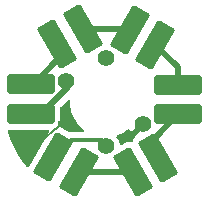
<source format=gbr>
%TF.GenerationSoftware,KiCad,Pcbnew,8.0.1*%
%TF.CreationDate,2024-03-26T23:53:37-06:00*%
%TF.ProjectId,Led_Board,4c65645f-426f-4617-9264-2e6b69636164,rev?*%
%TF.SameCoordinates,Original*%
%TF.FileFunction,Copper,L2,Bot*%
%TF.FilePolarity,Positive*%
%FSLAX46Y46*%
G04 Gerber Fmt 4.6, Leading zero omitted, Abs format (unit mm)*
G04 Created by KiCad (PCBNEW 8.0.1) date 2024-03-26 23:53:37*
%MOMM*%
%LPD*%
G01*
G04 APERTURE LIST*
G04 Aperture macros list*
%AMRoundRect*
0 Rectangle with rounded corners*
0 $1 Rounding radius*
0 $2 $3 $4 $5 $6 $7 $8 $9 X,Y pos of 4 corners*
0 Add a 4 corners polygon primitive as box body*
4,1,4,$2,$3,$4,$5,$6,$7,$8,$9,$2,$3,0*
0 Add four circle primitives for the rounded corners*
1,1,$1+$1,$2,$3*
1,1,$1+$1,$4,$5*
1,1,$1+$1,$6,$7*
1,1,$1+$1,$8,$9*
0 Add four rect primitives between the rounded corners*
20,1,$1+$1,$2,$3,$4,$5,0*
20,1,$1+$1,$4,$5,$6,$7,0*
20,1,$1+$1,$6,$7,$8,$9,0*
20,1,$1+$1,$8,$9,$2,$3,0*%
G04 Aperture macros list end*
%TA.AperFunction,SMDPad,CuDef*%
%ADD10RoundRect,0.170000X0.326103X-1.924826X1.503897X-1.244826X-0.326103X1.924826X-1.503897X1.244826X0*%
%TD*%
%TA.AperFunction,SMDPad,CuDef*%
%ADD11RoundRect,0.170000X-1.830000X0.680000X-1.830000X-0.680000X1.830000X-0.680000X1.830000X0.680000X0*%
%TD*%
%TA.AperFunction,SMDPad,CuDef*%
%ADD12RoundRect,0.170000X-0.326103X1.924826X-1.503897X1.244826X0.326103X-1.924826X1.503897X-1.244826X0*%
%TD*%
%TA.AperFunction,SMDPad,CuDef*%
%ADD13RoundRect,0.170000X1.503897X1.244826X0.326103X1.924826X-1.503897X-1.244826X-0.326103X-1.924826X0*%
%TD*%
%TA.AperFunction,SMDPad,CuDef*%
%ADD14RoundRect,0.170000X1.830000X-0.680000X1.830000X0.680000X-1.830000X0.680000X-1.830000X-0.680000X0*%
%TD*%
%TA.AperFunction,SMDPad,CuDef*%
%ADD15RoundRect,0.170000X-1.503897X-1.244826X-0.326103X-1.924826X1.503897X1.244826X0.326103X1.924826X0*%
%TD*%
%TA.AperFunction,ComponentPad*%
%ADD16C,1.400000*%
%TD*%
%TA.AperFunction,ViaPad*%
%ADD17C,0.600000*%
%TD*%
%TA.AperFunction,Conductor*%
%ADD18C,0.200000*%
%TD*%
%TA.AperFunction,Conductor*%
%ADD19C,0.350000*%
%TD*%
%TA.AperFunction,Conductor*%
%ADD20C,0.500000*%
%TD*%
G04 APERTURE END LIST*
D10*
%TO.P,LED5,2,2*%
%TO.N,Net-(LED4-Pad1)*%
X151774834Y-85996585D03*
%TO.P,LED5,1,1*%
%TO.N,Net-(LED5-Pad1)*%
X149609770Y-87246585D03*
%TD*%
D11*
%TO.P,LED1,1,1*%
%TO.N,Net-(LED1-Pad1)*%
X140969415Y-79792584D03*
%TO.P,LED1,2,2*%
%TO.N,Net-(C1-Pad1)*%
X140969415Y-82292584D03*
%TD*%
D12*
%TO.P,LED2,2,2*%
%TO.N,Net-(LED1-Pad1)*%
X143247615Y-76376799D03*
%TO.P,LED2,1,1*%
%TO.N,Net-(LED2-Pad1)*%
X145412679Y-75126799D03*
%TD*%
D13*
%TO.P,LED3,2,2*%
%TO.N,Net-(LED2-Pad1)*%
X149362179Y-75192256D03*
%TO.P,LED3,1,1*%
%TO.N,Net-(LED3-Pad1)*%
X151527243Y-76442256D03*
%TD*%
D14*
%TO.P,LED4,1,1*%
%TO.N,Net-(LED4-Pad1)*%
X153444988Y-82339092D03*
%TO.P,LED4,2,2*%
%TO.N,Net-(LED3-Pad1)*%
X153444988Y-79839092D03*
%TD*%
D15*
%TO.P,LED6,1,1*%
%TO.N,Net-(C2-Pad1)*%
X142883293Y-85949873D03*
%TO.P,LED6,2,2*%
%TO.N,Net-(LED5-Pad1)*%
X145048357Y-87199873D03*
%TD*%
D16*
%TO.P,GND,1*%
%TO.N,GND*%
X150495000Y-83185000D03*
%TD*%
%TO.P,ALL,1*%
%TO.N,Net-(C3-Pad1)*%
X147345850Y-77588287D03*
%TD*%
%TO.P,HALF,1*%
%TO.N,Net-(C2-Pad1)*%
X147319721Y-85040901D03*
%TD*%
%TO.P,OVP,1*%
%TO.N,Net-(C1-Pad1)*%
X143967335Y-79491680D03*
%TD*%
D17*
%TO.N,GND*%
X143510000Y-83185000D03*
X140970000Y-84455000D03*
%TD*%
D18*
%TO.N,GND*%
X140970000Y-84455000D02*
X142112149Y-84455000D01*
X142112149Y-84455000D02*
X143013950Y-83553199D01*
X143013950Y-83553199D02*
X143141801Y-83553199D01*
X143141801Y-83553199D02*
X143510000Y-83185000D01*
%TO.N,Net-(C2-Pad1)*%
X147291367Y-84880314D02*
X147291367Y-84795815D01*
X147291367Y-84795815D02*
X147012225Y-84516673D01*
D19*
X147012225Y-84516673D02*
X144430661Y-84516673D01*
D18*
X144430661Y-84516673D02*
X143019188Y-85928146D01*
X147192525Y-84781472D02*
X147291367Y-84880314D01*
D20*
%TO.N,Net-(LED5-Pad1)*%
X149412468Y-87178957D02*
X145185063Y-87178957D01*
D18*
X145185063Y-87178957D02*
X145184252Y-87178146D01*
D20*
%TO.N,Net-(LED4-Pad1)*%
X153444988Y-82339092D02*
X151577532Y-84206548D01*
D18*
X151577532Y-84206548D02*
X151577532Y-85928957D01*
D20*
%TO.N,Net-(LED3-Pad1)*%
X151527243Y-76442256D02*
X153444988Y-78360001D01*
X153444988Y-78360001D02*
X153444988Y-79839092D01*
%TO.N,Net-(LED2-Pad1)*%
X145412679Y-75126799D02*
X149296722Y-75126799D01*
D18*
X149296722Y-75126799D02*
X149362179Y-75192256D01*
D20*
%TO.N,Net-(LED1-Pad1)*%
X141172208Y-79809408D02*
X143247615Y-77734001D01*
D18*
X143247615Y-77734001D02*
X143247615Y-76376799D01*
%TO.N,Net-(C1-Pad1)*%
X141172208Y-82309408D02*
X141851598Y-82309408D01*
X144145000Y-80016006D02*
X144145000Y-79485000D01*
D20*
X141851598Y-82309408D02*
X144145000Y-80016006D01*
%TD*%
%TA.AperFunction,Conductor*%
%TO.N,GND*%
G36*
X142507959Y-83662768D02*
G01*
X142553714Y-83715572D01*
X142563658Y-83784730D01*
X142548307Y-83829083D01*
X140852458Y-86766384D01*
X140801891Y-86814600D01*
X140733284Y-86827823D01*
X140668419Y-86801855D01*
X140651610Y-86785877D01*
X140613205Y-86741832D01*
X140607862Y-86735264D01*
X140256117Y-86271420D01*
X140251234Y-86264503D01*
X140237368Y-86243363D01*
X139931955Y-85777722D01*
X139927556Y-85770488D01*
X139758252Y-85469381D01*
X139642233Y-85263041D01*
X139638352Y-85255549D01*
X139388328Y-84729825D01*
X139384958Y-84722069D01*
X139381773Y-84713992D01*
X139171385Y-84180482D01*
X139168564Y-84172545D01*
X139069599Y-83860733D01*
X139051782Y-83804595D01*
X139050264Y-83734742D01*
X139086752Y-83675157D01*
X139149662Y-83644758D01*
X139169960Y-83643083D01*
X142440920Y-83643083D01*
X142507959Y-83662768D01*
G37*
%TD.AperFunction*%
%TA.AperFunction,Conductor*%
G36*
X150075667Y-83358694D02*
G01*
X150134910Y-83461306D01*
X150218694Y-83545090D01*
X150321306Y-83604333D01*
X150406413Y-83627137D01*
X149833244Y-84200307D01*
X149827029Y-84236492D01*
X149806825Y-84265996D01*
X149722914Y-84356954D01*
X149644355Y-84499579D01*
X149644354Y-84499581D01*
X149620279Y-84589428D01*
X149583914Y-84649088D01*
X149521066Y-84679616D01*
X149468412Y-84677108D01*
X149378567Y-84653034D01*
X149378563Y-84653033D01*
X149219187Y-84649823D01*
X149215772Y-84649755D01*
X149215771Y-84649755D01*
X149056923Y-84685531D01*
X148995353Y-84713990D01*
X148995349Y-84713992D01*
X148686033Y-84892575D01*
X148618132Y-84909048D01*
X148552106Y-84886195D01*
X148508915Y-84831274D01*
X148504767Y-84819122D01*
X148443951Y-84605377D01*
X148443950Y-84605373D01*
X148443945Y-84605362D01*
X148344782Y-84406217D01*
X148344777Y-84406209D01*
X148258231Y-84291604D01*
X148233539Y-84226243D01*
X148248104Y-84157908D01*
X148297301Y-84108295D01*
X148314769Y-84100357D01*
X148506484Y-84030579D01*
X148817784Y-83874238D01*
X149108829Y-83682815D01*
X149195291Y-83610263D01*
X149259297Y-83582252D01*
X149328289Y-83593291D01*
X149380360Y-83639877D01*
X149385995Y-83649982D01*
X149470369Y-83819428D01*
X149486137Y-83840308D01*
X149486138Y-83840308D01*
X150052861Y-83273584D01*
X150075667Y-83358694D01*
G37*
%TD.AperFunction*%
%TA.AperFunction,Conductor*%
G36*
X144248656Y-81076228D02*
G01*
X144304590Y-81118099D01*
X144329007Y-81183564D01*
X144329113Y-81199619D01*
X144324432Y-81279995D01*
X144324432Y-81280003D01*
X144344687Y-81627764D01*
X144344688Y-81627775D01*
X144405174Y-81970808D01*
X144405177Y-81970822D01*
X144405178Y-81970826D01*
X144417416Y-82011704D01*
X144505086Y-82304544D01*
X144643059Y-82624399D01*
X144643065Y-82624412D01*
X144817242Y-82926097D01*
X145025258Y-83205510D01*
X145025263Y-83205516D01*
X145148724Y-83336376D01*
X145264317Y-83458897D01*
X145264323Y-83458902D01*
X145264325Y-83458904D01*
X145458913Y-83622184D01*
X145497615Y-83680355D01*
X145498723Y-83750216D01*
X145461886Y-83809586D01*
X145398799Y-83839615D01*
X145379207Y-83841173D01*
X144364130Y-83841173D01*
X144342880Y-83845400D01*
X144311569Y-83851628D01*
X144241977Y-83845400D01*
X144225378Y-83837397D01*
X143497713Y-83417280D01*
X143478550Y-83408423D01*
X143425956Y-83362428D01*
X143406577Y-83295299D01*
X143414792Y-83257474D01*
X143413103Y-83256948D01*
X143415333Y-83249789D01*
X143415335Y-83249787D01*
X143463776Y-83094333D01*
X143469915Y-83026779D01*
X143469914Y-81803819D01*
X143489599Y-81736781D01*
X143506229Y-81716143D01*
X144117644Y-81104727D01*
X144178965Y-81071244D01*
X144248656Y-81076228D01*
G37*
%TD.AperFunction*%
%TD*%
M02*

</source>
